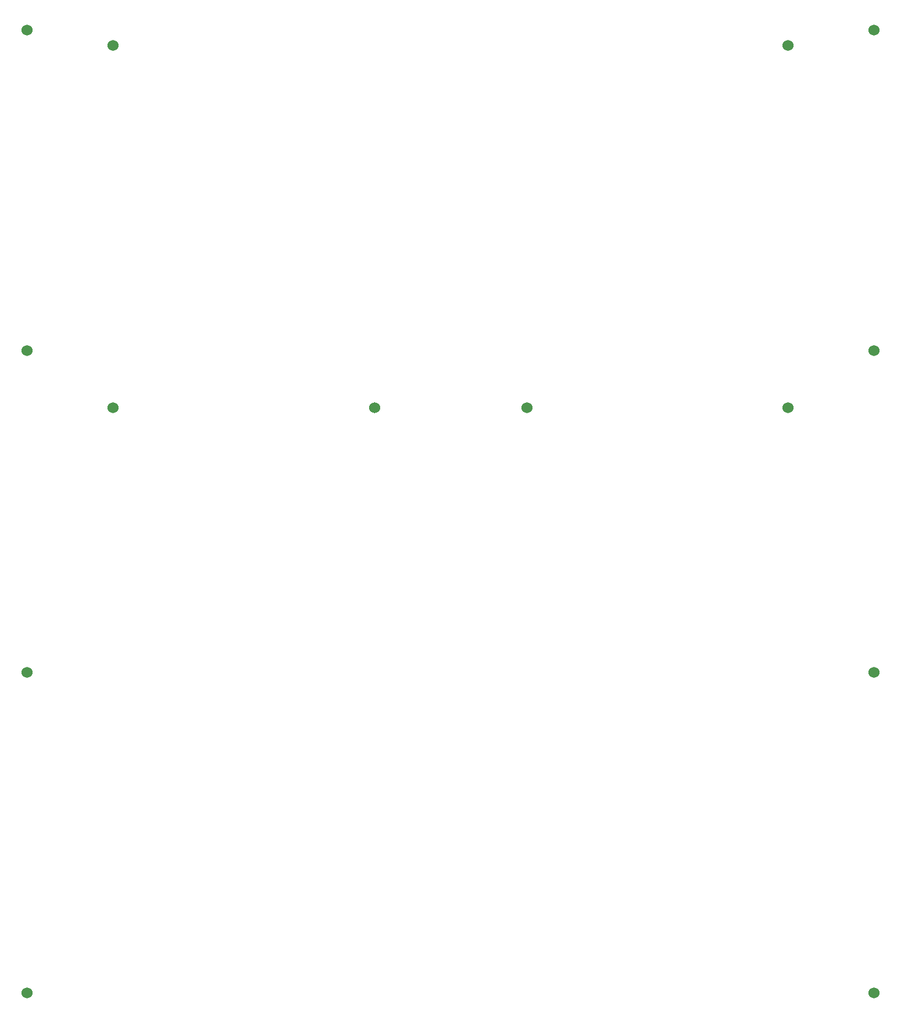
<source format=gbl>
G04 Layer_Physical_Order=2*
G04 Layer_Color=11436288*
%FSLAX25Y25*%
%MOIN*%
G70*
G01*
G75*
%ADD10C,0.06000*%
D10*
X124409Y147638D02*
D03*
Y321654D02*
D03*
Y670472D02*
D03*
Y496457D02*
D03*
X584252D02*
D03*
Y670472D02*
D03*
Y321654D02*
D03*
Y147638D02*
D03*
X171260Y662205D02*
D03*
X537402D02*
D03*
X395669Y465354D02*
D03*
X312992D02*
D03*
X537402D02*
D03*
X171260D02*
D03*
M02*

</source>
